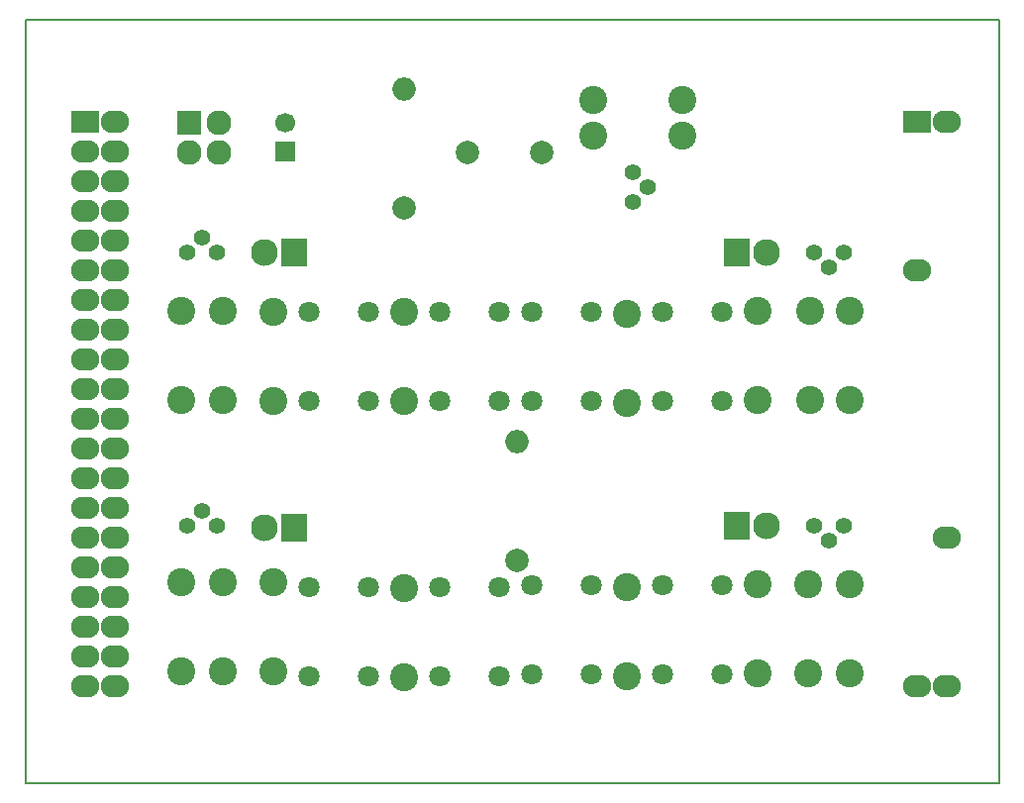
<source format=gbr>
G04 #@! TF.FileFunction,Soldermask,Bot*
%FSLAX46Y46*%
G04 Gerber Fmt 4.6, Leading zero omitted, Abs format (unit mm)*
G04 Created by KiCad (PCBNEW 4.0.6-e0-6349~53~ubuntu16.04.1) date Sat Jul  1 03:26:18 2017*
%MOMM*%
%LPD*%
G01*
G04 APERTURE LIST*
%ADD10C,0.100000*%
%ADD11C,0.150000*%
%ADD12C,2.000000*%
%ADD13O,2.000000X2.000000*%
%ADD14R,2.400000X1.924000*%
%ADD15O,2.400000X1.924000*%
%ADD16R,1.700000X1.700000*%
%ADD17C,1.700000*%
%ADD18C,2.398980*%
%ADD19R,2.300000X2.400000*%
%ADD20C,2.300000*%
%ADD21R,2.127200X2.127200*%
%ADD22O,2.127200X2.127200*%
%ADD23C,1.400760*%
%ADD24C,1.797000*%
%ADD25C,2.000200*%
G04 APERTURE END LIST*
D10*
D11*
X196250000Y-118000000D02*
X113000000Y-118000000D01*
X196250000Y-52750000D02*
X196250000Y-118000000D01*
X113000000Y-52750000D02*
X196250000Y-52750000D01*
X113000000Y-118000000D02*
X113000000Y-52750000D01*
D12*
X145400000Y-68800000D03*
D13*
X145400000Y-58640000D03*
D14*
X189230000Y-61468000D03*
D15*
X191770000Y-61468000D03*
X189230000Y-74168000D03*
X189230000Y-109728000D03*
X191770000Y-109728000D03*
X191770000Y-97028000D03*
D14*
X118110000Y-61468000D03*
D15*
X120650000Y-61468000D03*
X118110000Y-64008000D03*
X120650000Y-64008000D03*
X118110000Y-66548000D03*
X120650000Y-66548000D03*
X118110000Y-69088000D03*
X120650000Y-69088000D03*
X118110000Y-71628000D03*
X120650000Y-71628000D03*
X118110000Y-74168000D03*
X120650000Y-74168000D03*
X118110000Y-76708000D03*
X120650000Y-76708000D03*
X118110000Y-79248000D03*
X120650000Y-79248000D03*
X118110000Y-81788000D03*
X120650000Y-81788000D03*
X118110000Y-84328000D03*
X120650000Y-84328000D03*
X118110000Y-86868000D03*
X120650000Y-86868000D03*
X118110000Y-89408000D03*
X120650000Y-89408000D03*
X118110000Y-91948000D03*
X120650000Y-91948000D03*
X118110000Y-94488000D03*
X120650000Y-94488000D03*
X118110000Y-97028000D03*
X120650000Y-97028000D03*
X118110000Y-99568000D03*
X120650000Y-99568000D03*
X118110000Y-102108000D03*
X120650000Y-102108000D03*
X118110000Y-104648000D03*
X120650000Y-104648000D03*
X118110000Y-107188000D03*
X120650000Y-107188000D03*
X118110000Y-109728000D03*
X120650000Y-109728000D03*
D16*
X135255000Y-64008000D03*
D17*
X135255000Y-61508000D03*
D18*
X164465000Y-85471000D03*
X164465000Y-77851000D03*
D19*
X136017000Y-72644000D03*
D20*
X133477000Y-72644000D03*
D19*
X173863000Y-72644000D03*
D20*
X176403000Y-72644000D03*
D19*
X136017000Y-96139000D03*
D20*
X133477000Y-96139000D03*
D19*
X173863000Y-96012000D03*
D20*
X176403000Y-96012000D03*
D21*
X127007800Y-61542700D03*
D22*
X129547800Y-61542700D03*
X127007800Y-64082700D03*
X129547800Y-64082700D03*
D23*
X166243000Y-67056000D03*
X164973000Y-68326000D03*
X164973000Y-65786000D03*
X128143000Y-71374000D03*
X129413000Y-72644000D03*
X126873000Y-72644000D03*
X181737000Y-73914000D03*
X180467000Y-72644000D03*
X183007000Y-72644000D03*
X128143000Y-94742000D03*
X129413000Y-96012000D03*
X126873000Y-96012000D03*
X181737000Y-97282000D03*
X180467000Y-96012000D03*
X183007000Y-96012000D03*
D18*
X134239000Y-85344000D03*
X134239000Y-77724000D03*
X145415000Y-85344000D03*
X145415000Y-77724000D03*
X175641000Y-85217000D03*
X175641000Y-77597000D03*
X145415000Y-108966000D03*
X145415000Y-101346000D03*
X134239000Y-108458000D03*
X134239000Y-100838000D03*
X175641000Y-108585000D03*
X175641000Y-100965000D03*
X164465000Y-108839000D03*
X164465000Y-101219000D03*
X169164000Y-62611000D03*
X161544000Y-62611000D03*
X169164000Y-59563000D03*
X161544000Y-59563000D03*
X129921000Y-85217000D03*
X129921000Y-77597000D03*
X126365000Y-85217000D03*
X126365000Y-77597000D03*
X180086000Y-85217000D03*
X180086000Y-77597000D03*
X183515000Y-85217000D03*
X183515000Y-77597000D03*
X129921000Y-108458000D03*
X129921000Y-100838000D03*
X126365000Y-108458000D03*
X126365000Y-100838000D03*
X179959000Y-108585000D03*
X179959000Y-100965000D03*
X183515000Y-108585000D03*
X183515000Y-100965000D03*
D12*
X155000000Y-99000000D03*
D13*
X155000000Y-88840000D03*
D24*
X137287000Y-77724000D03*
X142367000Y-77724000D03*
X137287000Y-85344000D03*
X142367000Y-85344000D03*
X148463000Y-77724000D03*
X153543000Y-77724000D03*
X148463000Y-85344000D03*
X153543000Y-85344000D03*
X172593000Y-85344000D03*
X167513000Y-85344000D03*
X172593000Y-77724000D03*
X167513000Y-77724000D03*
X161417000Y-85344000D03*
X156337000Y-85344000D03*
X161417000Y-77724000D03*
X156337000Y-77724000D03*
X148463000Y-101219000D03*
X153543000Y-101219000D03*
X148463000Y-108839000D03*
X153543000Y-108839000D03*
X137287000Y-101219000D03*
X142367000Y-101219000D03*
X137287000Y-108839000D03*
X142367000Y-108839000D03*
X172593000Y-108712000D03*
X167513000Y-108712000D03*
X172593000Y-101092000D03*
X167513000Y-101092000D03*
X161417000Y-108712000D03*
X156337000Y-108712000D03*
X161417000Y-101092000D03*
X156337000Y-101092000D03*
D25*
X157178971Y-64124429D03*
X150828971Y-64124429D03*
M02*

</source>
